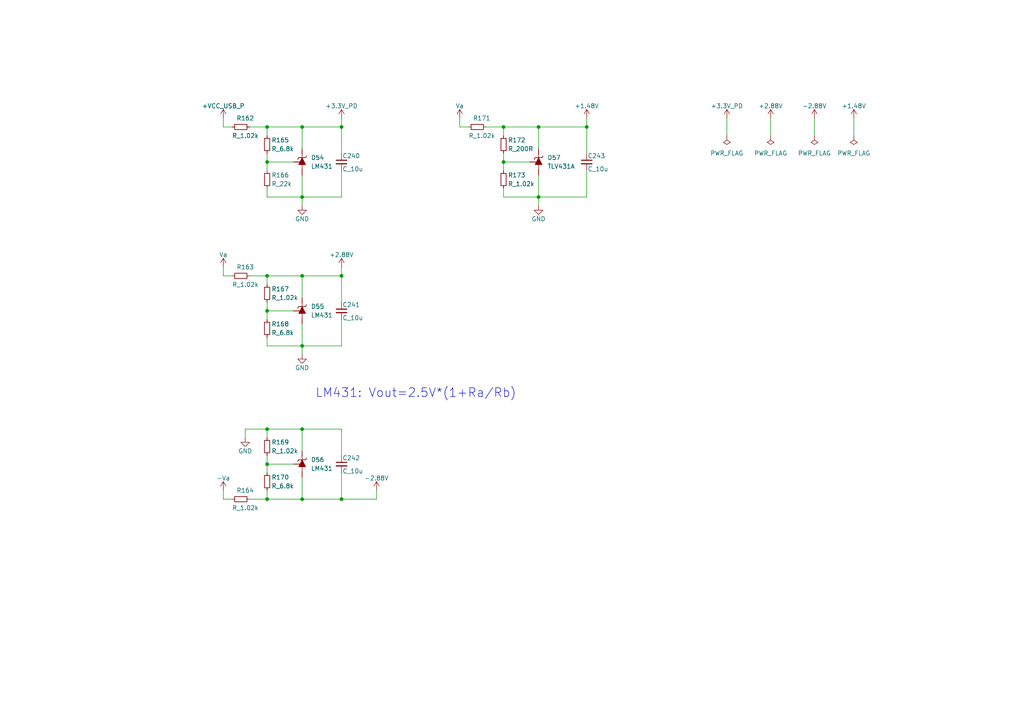
<source format=kicad_sch>
(kicad_sch (version 20231120) (generator "eeschema") (generator_version "8.0")
  (paper "A4")
  (title_block (rev "v2") (comment 1 "Copyright Dejan Priversek 2017"))
  (lib_symbols
    (symbol "ScopefunParts:+1.48V" (power) (pin_names (offset 0))
      (property "Value" "+1.48V" (at 0 3.556 0))
      (symbol "+1.48V_0_1"
        (polyline (pts (xy -0.762 1.27) (xy 0 2.54)))
        (polyline (pts (xy 0 0) (xy 0 2.54)))
        (polyline (pts (xy 0 2.54) (xy 0.762 1.27)))
      )
      (symbol "+1.48V_1_1"
        (pin power_in line (at 0 0 90) (length 0) hide (name "+1.48V") (number "1"))
      )
    )
    (symbol "ScopefunParts:+2.88V" (power) (pin_names (offset 0))
      (property "Value" "+2.88V" (at 0 3.556 0))
      (symbol "+2.88V_0_1"
        (polyline (pts (xy -0.762 1.27) (xy 0 2.54)))
        (polyline (pts (xy 0 0) (xy 0 2.54)))
        (polyline (pts (xy 0 2.54) (xy 0.762 1.27)))
      )
      (symbol "+2.88V_1_1"
        (pin power_in line (at 0 0 90) (length 0) hide (name "+2.88V") (number "1"))
      )
    )
    (symbol "ScopefunParts:+3.3V_PD" (power) (pin_names (offset 0))
      (property "Value" "+3.3V_PD" (at 0 3.556 0))
      (symbol "+3.3V_PD_0_1"
        (polyline (pts (xy -0.762 1.27) (xy 0 2.54)))
        (polyline (pts (xy 0 0) (xy 0 2.54)))
        (polyline (pts (xy 0 2.54) (xy 0.762 1.27)))
      )
      (symbol "+3.3V_PD_1_1"
        (pin power_in line (at 0 0 90) (length 0) hide (name "+3.3V_PD") (number "1"))
      )
    )
    (symbol "ScopefunParts:+VCC_USB_P" (power) (pin_names (offset 0))
      (property "Value" "+VCC_USB_P" (at 0 3.556 0))
      (symbol "+VCC_USB_P_0_1"
        (polyline (pts (xy -0.762 1.27) (xy 0 2.54)))
        (polyline (pts (xy 0 0) (xy 0 2.54)))
        (polyline (pts (xy 0 2.54) (xy 0.762 1.27)))
      )
      (symbol "+VCC_USB_P_1_1"
        (pin power_in line (at 0 0 90) (length 0) hide (name "+VCC_USB_P") (number "1"))
      )
    )
    (symbol "ScopefunParts:+Va" (power) (pin_names (offset 0))
      (property "Value" "+Va" (at 0 3.556 0))
      (symbol "+Va_0_1"
        (polyline (pts (xy -0.762 1.27) (xy 0 2.54)))
        (polyline (pts (xy 0 0) (xy 0 2.54)))
        (polyline (pts (xy 0 2.54) (xy 0.762 1.27)))
      )
      (symbol "+Va_1_1"
        (pin power_in line (at 0 0 90) (length 0) hide (name "Va") (number "1"))
      )
    )
    (symbol "ScopefunParts:-2.88V" (power) (pin_names (offset 0))
      (property "Value" "-2.88V" (at 0 3.556 0))
      (symbol "-2.88V_0_1"
        (polyline (pts (xy -0.762 1.27) (xy 0 2.54)))
        (polyline (pts (xy 0 0) (xy 0 2.54)))
        (polyline (pts (xy 0 2.54) (xy 0.762 1.27)))
      )
      (symbol "-2.88V_1_1"
        (pin power_in line (at 0 0 90) (length 0) hide (name "-2.88V") (number "1"))
      )
    )
    (symbol "ScopefunParts:-Va" (power) (pin_names (offset 0))
      (property "Value" "-Va" (at 0 3.556 0))
      (symbol "-Va_0_1"
        (polyline (pts (xy -0.762 1.27) (xy 0 2.54)))
        (polyline (pts (xy 0 0) (xy 0 2.54)))
        (polyline (pts (xy 0 2.54) (xy 0.762 1.27)))
      )
      (symbol "-Va_1_1"
        (pin power_in line (at 0 0 90) (length 0) hide (name "-Va") (number "1"))
      )
    )
    (symbol "ScopefunParts:C_10u" (pin_numbers hide) (pin_names (offset 0.254) hide)
      (property "Reference" "C" (at 0.254 1.778 0))
      (property "Value" "C_10u" (at 0.254 -2.032 0))
      (symbol "C_10u_0_1"
        (polyline (pts (xy -1.524 -0.508) (xy 1.524 -0.508)) (stroke (width 0.3302)))
        (polyline (pts (xy -1.524 0.508) (xy 1.524 0.508)) (stroke (width 0.3048)))
      )
      (symbol "C_10u_1_1"
        (pin passive line (at 0 2.54 270) (length 1.905) (name "~") (number "1"))
        (pin passive line (at 0 -2.54 90) (length 2.032) (name "~") (number "2"))
      )
    )
    (symbol "ScopefunParts:LM431" (pin_numbers hide) (pin_names (offset 1.016) hide)
      (property "Reference" "D" (at 2.54 1.27 0))
      (property "Value" "LM431" (at 2.54 -1.27 0))
      (symbol "LM431_0_1"
        (rectangle (start 0 -2.032) (end 0 -0.762))
        (polyline (pts (xy 0 -2.286) (xy 0 -2.032)))
        (polyline (pts (xy 1.016 -0.762) (xy 0 1.27) (xy -1.016 -0.762) (xy 1.016 -0.762)) (fill (type outline)))
        (polyline (pts (xy 1.27 1.778) (xy 1.016 1.27) (xy -1.016 1.27) (xy -1.27 0.762)) (stroke (width 0.2032)))
        (rectangle (start 0 2.54) (end 0 1.27))
      )
      (symbol "LM431_1_1"
        (pin passive line (at 0 3.81 270) (length 1.524) (name "C") (number "1"))
        (pin input line (at -2.54 0 0) (length 2.54) (name "REF") (number "2"))
        (pin passive line (at 0 -3.81 90) (length 1.524) (name "A") (number "3"))
      )
    )
    (symbol "ScopefunParts:R_1.02k" (pin_numbers hide) (pin_names (offset 0.254) hide)
      (property "Reference" "R" (at 1.27 1.27 0))
      (property "Value" "R_1.02k" (at 1.27 -1.27 0))
      (symbol "R_1.02k_0_1"
        (rectangle (start -0.762 1.778) (end 0.762 -1.778) (stroke (width 0.2032)))
      )
      (symbol "R_1.02k_1_1"
        (pin passive line (at 0 2.54 270) (length 0.762) (name "~") (number "1"))
        (pin passive line (at 0 -2.54 90) (length 0.762) (name "~") (number "2"))
      )
    )
    (symbol "ScopefunParts:R_200R" (pin_numbers hide) (pin_names (offset 0.254) hide)
      (property "Reference" "R" (at 1.27 1.27 0))
      (property "Value" "R_200R" (at 1.27 -1.27 0))
      (symbol "R_200R_0_1"
        (rectangle (start -0.762 1.778) (end 0.762 -1.778) (stroke (width 0.2032)))
      )
      (symbol "R_200R_1_1"
        (pin passive line (at 0 2.54 270) (length 0.762) (name "~") (number "1"))
        (pin passive line (at 0 -2.54 90) (length 0.762) (name "~") (number "2"))
      )
    )
    (symbol "ScopefunParts:R_22k" (pin_numbers hide) (pin_names (offset 0.254) hide)
      (property "Reference" "R" (at 1.27 1.27 0))
      (property "Value" "R_22k" (at 1.27 -1.27 0))
      (symbol "R_22k_0_1"
        (rectangle (start -0.762 1.778) (end 0.762 -1.778) (stroke (width 0.2032)))
      )
      (symbol "R_22k_1_1"
        (pin passive line (at 0 2.54 270) (length 0.762) (name "~") (number "1"))
        (pin passive line (at 0 -2.54 90) (length 0.762) (name "~") (number "2"))
      )
    )
    (symbol "ScopefunParts:R_6.8k" (pin_numbers hide) (pin_names (offset 0.254) hide)
      (property "Reference" "R" (at 1.27 1.27 0))
      (property "Value" "R_6.8k" (at 1.27 -1.27 0))
      (symbol "R_6.8k_0_1"
        (rectangle (start -0.762 1.778) (end 0.762 -1.778) (stroke (width 0.2032)))
      )
      (symbol "R_6.8k_1_1"
        (pin passive line (at 0 2.54 270) (length 0.762) (name "~") (number "1"))
        (pin passive line (at 0 -2.54 90) (length 0.762) (name "~") (number "2"))
      )
    )
    (symbol "ScopefunParts:TLV431A" (pin_numbers hide) (pin_names (offset 1.016) hide)
      (property "Reference" "D" (at 2.54 1.27 0))
      (property "Value" "TLV431A" (at 2.54 -1.27 0))
      (symbol "TLV431A_0_1"
        (rectangle (start 0 -2.032) (end 0 -0.762))
        (polyline (pts (xy 0 -2.286) (xy 0 -2.032)))
        (polyline (pts (xy 1.016 -0.762) (xy 0 1.27) (xy -1.016 -0.762) (xy 1.016 -0.762)) (fill (type outline)))
        (polyline (pts (xy 1.27 1.778) (xy 1.016 1.27) (xy -1.016 1.27) (xy -1.27 0.762)) (stroke (width 0.2032)))
        (rectangle (start 0 2.54) (end 0 1.27))
      )
      (symbol "TLV431A_1_1"
        (pin input line (at -2.54 0 0) (length 2.54) (name "REF") (number "1"))
        (pin passive line (at 0 3.81 270) (length 1.524) (name "C") (number "2"))
        (pin passive line (at 0 -3.81 90) (length 1.524) (name "A") (number "3"))
      )
    )
    (symbol "Scopefun_v2-rescue:GND" (power) (pin_names (offset 0))
      (property "Value" "GND" (at 0 -3.81 0))
      (symbol "GND_0_1"
        (polyline (pts (xy 0 0) (xy 0 -1.27) (xy 1.27 -1.27) (xy 0 -2.54) (xy -1.27 -1.27) (xy 0 -1.27)))
      )
      (symbol "GND_1_1"
        (pin power_in line (at 0 0 270) (length 0) hide (name "GND") (number "1"))
      )
    )
    (symbol "Scopefun_v2-rescue:PWR_FLAG" (power) (pin_numbers hide) (pin_names (offset 0) hide)
      (property "Value" "PWR_FLAG" (at 0 3.81 0))
      (symbol "PWR_FLAG_0_0"
        (pin power_out line (at 0 0 90) (length 0) (name "pwr") (number "1"))
      )
      (symbol "PWR_FLAG_0_1"
        (polyline (pts (xy 0 0) (xy 0 1.27) (xy -1.016 1.905) (xy 0 2.54) (xy 1.016 1.905) (xy 0 1.27)))
      )
    )
  )
  (junction (at 156.21 57.15))
  (junction (at 99.06 144.78))
  (junction (at 146.05 36.83))
  (junction (at 77.47 36.83))
  (junction (at 77.47 134.62))
  (junction (at 77.47 144.78))
  (junction (at 87.63 100.33))
  (junction (at 146.05 46.99))
  (junction (at 170.18 36.83))
  (junction (at 87.63 80.01))
  (junction (at 99.06 80.01))
  (junction (at 77.47 46.99))
  (junction (at 87.63 144.78))
  (junction (at 156.21 36.83))
  (junction (at 87.63 36.83))
  (junction (at 77.47 90.17))
  (junction (at 99.06 36.83))
  (junction (at 77.47 80.01))
  (junction (at 77.47 124.46))
  (junction (at 87.63 57.15))
  (junction (at 87.63 124.46))
  (wire (pts (xy 156.21 50.8) (xy 156.21 57.15)))
  (wire (pts (xy 146.05 57.15) (xy 146.05 54.61)))
  (wire (pts (xy 77.47 100.33) (xy 77.47 97.79)))
  (wire (pts (xy 64.77 36.83) (xy 64.77 34.29)))
  (wire (pts (xy 77.47 87.63) (xy 77.47 90.17)))
  (wire (pts (xy 87.63 124.46) (xy 99.06 124.46)))
  (wire (pts (xy 77.47 80.01) (xy 87.63 80.01)))
  (wire (pts (xy 72.39 144.78) (xy 77.47 144.78)))
  (wire (pts (xy 87.63 36.83) (xy 87.63 43.18)))
  (wire (pts (xy 236.22 34.29) (xy 236.22 39.37)))
  (wire (pts (xy 77.47 36.83) (xy 87.63 36.83)))
  (wire (pts (xy 87.63 100.33) (xy 99.06 100.33)))
  (wire (pts (xy 87.63 57.15) (xy 87.63 59.69)))
  (wire (pts (xy 77.47 57.15) (xy 77.47 54.61)))
  (wire (pts (xy 99.06 80.01) (xy 99.06 87.63)))
  (wire (pts (xy 87.63 36.83) (xy 99.06 36.83)))
  (wire (pts (xy 87.63 124.46) (xy 87.63 130.81)))
  (wire (pts (xy 77.47 90.17) (xy 85.09 90.17)))
  (wire (pts (xy 135.89 36.83) (xy 133.35 36.83)))
  (wire (pts (xy 146.05 39.37) (xy 146.05 36.83)))
  (wire (pts (xy 77.47 100.33) (xy 87.63 100.33)))
  (wire (pts (xy 133.35 36.83) (xy 133.35 34.29)))
  (wire (pts (xy 156.21 36.83) (xy 170.18 36.83)))
  (wire (pts (xy 99.06 144.78) (xy 109.22 144.78)))
  (wire (pts (xy 87.63 80.01) (xy 99.06 80.01)))
  (wire (pts (xy 99.06 100.33) (xy 99.06 92.71)))
  (wire (pts (xy 146.05 36.83) (xy 156.21 36.83)))
  (wire (pts (xy 67.31 36.83) (xy 64.77 36.83)))
  (wire (pts (xy 99.06 144.78) (xy 99.06 137.16)))
  (wire (pts (xy 156.21 57.15) (xy 156.21 59.69)))
  (wire (pts (xy 77.47 144.78) (xy 77.47 142.24)))
  (wire (pts (xy 64.77 144.78) (xy 64.77 142.24)))
  (wire (pts (xy 146.05 57.15) (xy 156.21 57.15)))
  (wire (pts (xy 170.18 57.15) (xy 170.18 49.53)))
  (wire (pts (xy 77.47 90.17) (xy 77.47 92.71)))
  (wire (pts (xy 67.31 144.78) (xy 64.77 144.78)))
  (wire (pts (xy 247.65 34.29) (xy 247.65 39.37)))
  (wire (pts (xy 99.06 34.29) (xy 99.06 36.83)))
  (wire (pts (xy 77.47 127) (xy 77.47 124.46)))
  (wire (pts (xy 99.06 57.15) (xy 99.06 49.53)))
  (wire (pts (xy 71.12 124.46) (xy 77.47 124.46)))
  (wire (pts (xy 77.47 44.45) (xy 77.47 46.99)))
  (wire (pts (xy 87.63 93.98) (xy 87.63 100.33)))
  (wire (pts (xy 87.63 57.15) (xy 99.06 57.15)))
  (wire (pts (xy 87.63 100.33) (xy 87.63 102.87)))
  (wire (pts (xy 77.47 144.78) (xy 87.63 144.78)))
  (wire (pts (xy 77.47 82.55) (xy 77.47 80.01)))
  (wire (pts (xy 67.31 80.01) (xy 64.77 80.01)))
  (wire (pts (xy 87.63 80.01) (xy 87.63 86.36)))
  (wire (pts (xy 77.47 124.46) (xy 87.63 124.46)))
  (wire (pts (xy 87.63 144.78) (xy 87.63 138.43)))
  (wire (pts (xy 77.47 46.99) (xy 77.47 49.53)))
  (wire (pts (xy 109.22 144.78) (xy 109.22 142.24)))
  (wire (pts (xy 146.05 46.99) (xy 153.67 46.99)))
  (wire (pts (xy 77.47 39.37) (xy 77.47 36.83)))
  (wire (pts (xy 146.05 46.99) (xy 146.05 49.53)))
  (wire (pts (xy 99.06 77.47) (xy 99.06 80.01)))
  (wire (pts (xy 99.06 36.83) (xy 99.06 44.45)))
  (wire (pts (xy 77.47 132.08) (xy 77.47 134.62)))
  (wire (pts (xy 156.21 36.83) (xy 156.21 43.18)))
  (wire (pts (xy 77.47 134.62) (xy 85.09 134.62)))
  (wire (pts (xy 99.06 124.46) (xy 99.06 132.08)))
  (wire (pts (xy 146.05 44.45) (xy 146.05 46.99)))
  (wire (pts (xy 210.82 34.29) (xy 210.82 39.37)))
  (wire (pts (xy 72.39 80.01) (xy 77.47 80.01)))
  (wire (pts (xy 223.52 34.29) (xy 223.52 39.37)))
  (wire (pts (xy 77.47 46.99) (xy 85.09 46.99)))
  (wire (pts (xy 71.12 127) (xy 71.12 124.46)))
  (wire (pts (xy 156.21 57.15) (xy 170.18 57.15)))
  (wire (pts (xy 170.18 34.29) (xy 170.18 36.83)))
  (wire (pts (xy 170.18 36.83) (xy 170.18 44.45)))
  (wire (pts (xy 87.63 144.78) (xy 99.06 144.78)))
  (wire (pts (xy 140.97 36.83) (xy 146.05 36.83)))
  (wire (pts (xy 64.77 80.01) (xy 64.77 77.47)))
  (wire (pts (xy 87.63 50.8) (xy 87.63 57.15)))
  (wire (pts (xy 77.47 57.15) (xy 87.63 57.15)))
  (wire (pts (xy 72.39 36.83) (xy 77.47 36.83)))
  (wire (pts (xy 77.47 134.62) (xy 77.47 137.16)))
  (text "LM431: Vout=2.5V*(1+Ra/Rb)" (at 91.44 115.57 0) (effects (font (size 2.54 2.54)) (justify left bottom)))
  (symbol (lib_id "ScopefunParts:LM431") (at 87.63 90.17 0) (unit 1)
    (property "Reference" "D55" (at 90.17 88.9 0) (effects (justify left)))
    (property "Value" "LM431" (at 90.17 91.44 0) (effects (justify left)))
    (property "Footprint" "ScopefunPackagesLibrary:SOT23" (effects (hide yes)))
    (property "Datasheet" "https://www.fairchildsemi.com/products/power-management/voltage-regulators/shunt-regulators/LM431SB.html" (effects (hide yes)))
    (property "Description" "Adjustable Precision Zener Shunt Regulator" (effects (hide yes)))
    (property "Manufacturer Part Number" "LM431SBCM32X" (effects (hide yes)))
  )
  (symbol (lib_id "ScopefunParts:R_1.02k") (at 69.85 80.01 270) (unit 1)
    (property "Reference" "R163" (at 68.58 77.47 90) (effects (justify left)))
    (property "Value" "R_1.02k" (at 67.31 82.55 90) (effects (justify left)))
    (property "Footprint" "ScopefunPackagesLibrary:R_0603" (effects (hide yes)))
    (property "Datasheet" "http://industrial.panasonic.com/cdbs/www-data/pdf/AOA0000/AOA0000CE2.pdf" (effects (hide yes)))
    (property "Description" "RES SMD 1% 1/10W 0603" (effects (hide yes)))
    (property "Manufacturer Part Number" "ERJ-3EKF1021V" (effects (hide yes)))
  )
  (symbol (lib_id "ScopefunParts:C_10u") (at 99.06 90.17 0) (unit 1)
    (property "Reference" "C241" (at 99.314 88.392 0) (effects (justify left)))
    (property "Value" "C_10u" (at 99.314 92.202 0) (effects (justify left)))
    (property "Footprint" "ScopefunPackagesLibrary:C_0603" (effects (hide yes)))
    (property "Description" "MLCC - SMD/SMT 0603 6.3V X5R 10%" (effects (hide yes)))
    (property "Manufacturer Part Number" "GRM188R60J106KE47D" (effects (hide yes)))
  )
  (symbol (lib_id "ScopefunParts:R_6.8k") (at 77.47 95.25 0) (unit 1)
    (property "Reference" "R168" (at 78.74 93.98 0) (effects (justify left)))
    (property "Value" "R_6.8k" (at 78.74 96.52 0) (effects (justify left)))
    (property "Footprint" "ScopefunPackagesLibrary:R_0603" (effects (hide yes)))
    (property "Datasheet" "http://industrial.panasonic.com/cdbs/www-data/pdf/AOA0000/AOA0000CE2.pdf" (effects (hide yes)))
    (property "Description" "RES SMD 1% 1/10W 0603" (effects (hide yes)))
    (property "Manufacturer Part Number" "ERJ-3EKF6801V" (effects (hide yes)))
  )
  (symbol (lib_id "ScopefunParts:R_1.02k") (at 77.47 85.09 0) (unit 1)
    (property "Reference" "R167" (at 78.74 83.82 0) (effects (justify left)))
    (property "Value" "R_1.02k" (at 78.74 86.36 0) (effects (justify left)))
    (property "Footprint" "ScopefunPackagesLibrary:R_0603" (effects (hide yes)))
    (property "Datasheet" "http://industrial.panasonic.com/cdbs/www-data/pdf/AOA0000/AOA0000CE2.pdf" (effects (hide yes)))
    (property "Description" "RES SMD 1% 1/10W 0603" (effects (hide yes)))
    (property "Manufacturer Part Number" "ERJ-3EKF1021V" (effects (hide yes)))
  )
  (symbol (lib_id "ScopefunParts:LM431") (at 87.63 134.62 0) (unit 1)
    (property "Reference" "D56" (at 90.17 133.35 0) (effects (justify left)))
    (property "Value" "LM431" (at 90.17 135.89 0) (effects (justify left)))
    (property "Footprint" "ScopefunPackagesLibrary:SOT23" (effects (hide yes)))
    (property "Datasheet" "https://www.fairchildsemi.com/products/power-management/voltage-regulators/shunt-regulators/LM431SB.html" (effects (hide yes)))
    (property "Description" "Adjustable Precision Zener Shunt Regulator" (effects (hide yes)))
    (property "Manufacturer Part Number" "LM431SBCM32X" (effects (hide yes)))
  )
  (symbol (lib_id "ScopefunParts:R_1.02k") (at 69.85 144.78 270) (unit 1)
    (property "Reference" "R164" (at 68.58 142.24 90) (effects (justify left)))
    (property "Value" "R_1.02k" (at 67.31 147.32 90) (effects (justify left)))
    (property "Footprint" "ScopefunPackagesLibrary:R_0603" (effects (hide yes)))
    (property "Datasheet" "http://industrial.panasonic.com/cdbs/www-data/pdf/AOA0000/AOA0000CE2.pdf" (effects (hide yes)))
    (property "Description" "RES SMD 1% 1/10W 0603" (effects (hide yes)))
    (property "Manufacturer Part Number" "ERJ-3EKF1021V" (effects (hide yes)))
  )
  (symbol (lib_id "ScopefunParts:C_10u") (at 99.06 134.62 0) (unit 1)
    (property "Reference" "C242" (at 99.314 132.842 0) (effects (justify left)))
    (property "Value" "C_10u" (at 99.314 136.652 0) (effects (justify left)))
    (property "Footprint" "ScopefunPackagesLibrary:C_0603" (effects (hide yes)))
    (property "Description" "MLCC - SMD/SMT 0603 6.3V X5R 10%" (effects (hide yes)))
    (property "Manufacturer Part Number" "GRM188R60J106KE47D" (effects (hide yes)))
  )
  (symbol (lib_id "ScopefunParts:R_6.8k") (at 77.47 139.7 0) (unit 1)
    (property "Reference" "R170" (at 78.74 138.43 0) (effects (justify left)))
    (property "Value" "R_6.8k" (at 78.74 140.97 0) (effects (justify left)))
    (property "Footprint" "ScopefunPackagesLibrary:R_0603" (effects (hide yes)))
    (property "Datasheet" "http://industrial.panasonic.com/cdbs/www-data/pdf/AOA0000/AOA0000CE2.pdf" (effects (hide yes)))
    (property "Description" "RES SMD 1% 1/10W 0603" (effects (hide yes)))
    (property "Manufacturer Part Number" "ERJ-3EKF6801V" (effects (hide yes)))
  )
  (symbol (lib_id "ScopefunParts:R_1.02k") (at 77.47 129.54 0) (unit 1)
    (property "Reference" "R169" (at 78.74 128.27 0) (effects (justify left)))
    (property "Value" "R_1.02k" (at 78.74 130.81 0) (effects (justify left)))
    (property "Footprint" "ScopefunPackagesLibrary:R_0603" (effects (hide yes)))
    (property "Datasheet" "http://industrial.panasonic.com/cdbs/www-data/pdf/AOA0000/AOA0000CE2.pdf" (effects (hide yes)))
    (property "Description" "RES SMD 1% 1/10W 0603" (effects (hide yes)))
    (property "Manufacturer Part Number" "ERJ-3EKF1021V" (effects (hide yes)))
  )
  (symbol (lib_id "Scopefun_v2-rescue:GND") (at 71.12 127 0) (unit 1)
    (property "Reference" "#PWR0387" (effects (hide yes)))
    (property "Value" "GND" (at 71.12 130.81 0))
  )
  (symbol (lib_id "Scopefun_v2-rescue:GND") (at 87.63 102.87 0) (unit 1)
    (property "Reference" "#PWR0388" (effects (hide yes)))
    (property "Value" "GND" (at 87.63 106.68 0))
  )
  (symbol (lib_id "ScopefunParts:+2.88V") (at 99.06 77.47 0) (unit 1)
    (property "Reference" "#PWR0389" (effects (hide yes)))
    (property "Value" "+2.88V" (at 99.06 73.914 0))
  )
  (symbol (lib_id "ScopefunParts:-2.88V") (at 109.22 142.24 0) (unit 1)
    (property "Reference" "#PWR0390" (effects (hide yes)))
    (property "Value" "-2.88V" (at 109.22 138.684 0))
  )
  (symbol (lib_id "ScopefunParts:LM431") (at 87.63 46.99 0) (unit 1)
    (property "Reference" "D54" (at 90.17 45.72 0) (effects (justify left)))
    (property "Value" "LM431" (at 90.17 48.26 0) (effects (justify left)))
    (property "Footprint" "ScopefunPackagesLibrary:SOT23" (effects (hide yes)))
    (property "Datasheet" "https://www.fairchildsemi.com/products/power-management/voltage-regulators/shunt-regulators/LM431SB.html" (effects (hide yes)))
    (property "Description" "Adjustable Precision Zener Shunt Regulator" (effects (hide yes)))
    (property "Manufacturer Part Number" "LM431SBCM32X" (effects (hide yes)))
  )
  (symbol (lib_id "ScopefunParts:+VCC_USB_P") (at 64.77 34.29 0) (unit 1)
    (property "Reference" "#PWR0391" (effects (hide yes)))
    (property "Value" "+VCC_USB_P" (at 64.77 30.734 0))
  )
  (symbol (lib_id "ScopefunParts:R_6.8k") (at 77.47 41.91 0) (unit 1)
    (property "Reference" "R165" (at 78.74 40.64 0) (effects (justify left)))
    (property "Value" "R_6.8k" (at 78.74 43.18 0) (effects (justify left)))
    (property "Footprint" "ScopefunPackagesLibrary:R_0603" (effects (hide yes)))
    (property "Datasheet" "http://industrial.panasonic.com/cdbs/www-data/pdf/AOA0000/AOA0000CE2.pdf" (effects (hide yes)))
    (property "Description" "RES SMD 1% 1/10W 0603" (effects (hide yes)))
    (property "Manufacturer Part Number" "ERJ-3EKF6801V" (effects (hide yes)))
  )
  (symbol (lib_id "ScopefunParts:R_22k") (at 77.47 52.07 0) (unit 1)
    (property "Reference" "R166" (at 78.74 50.8 0) (effects (justify left)))
    (property "Value" "R_22k" (at 78.74 53.34 0) (effects (justify left)))
    (property "Footprint" "ScopefunPackagesLibrary:R_0603" (effects (hide yes)))
    (property "Datasheet" "http://industrial.panasonic.com/cdbs/www-data/pdf/AOA0000/AOA0000CE2.pdf" (effects (hide yes)))
    (property "Description" "RES SMD 1% 1/10W 0603" (effects (hide yes)))
    (property "Manufacturer Part Number" "ERJ-3EKF2202V" (effects (hide yes)))
  )
  (symbol (lib_id "ScopefunParts:R_1.02k") (at 69.85 36.83 270) (unit 1)
    (property "Reference" "R162" (at 68.58 34.29 90) (effects (justify left)))
    (property "Value" "R_1.02k" (at 67.31 39.37 90) (effects (justify left)))
    (property "Footprint" "ScopefunPackagesLibrary:R_0603" (effects (hide yes)))
    (property "Datasheet" "http://industrial.panasonic.com/cdbs/www-data/pdf/AOA0000/AOA0000CE2.pdf" (effects (hide yes)))
    (property "Description" "RES SMD 1% 1/10W 0603" (effects (hide yes)))
    (property "Manufacturer Part Number" "ERJ-3EKF1021V" (effects (hide yes)))
  )
  (symbol (lib_id "ScopefunParts:C_10u") (at 99.06 46.99 0) (unit 1)
    (property "Reference" "C240" (at 99.314 45.212 0) (effects (justify left)))
    (property "Value" "C_10u" (at 99.314 49.022 0) (effects (justify left)))
    (property "Footprint" "ScopefunPackagesLibrary:C_0603" (effects (hide yes)))
    (property "Description" "MLCC - SMD/SMT 0603 6.3V X5R 20%" (effects (hide yes)))
    (property "Manufacturer Part Number" "GRM188R60J106KE47D" (effects (hide yes)))
  )
  (symbol (lib_id "Scopefun_v2-rescue:GND") (at 87.63 59.69 0) (unit 1)
    (property "Reference" "#PWR0392" (effects (hide yes)))
    (property "Value" "GND" (at 87.63 63.5 0))
  )
  (symbol (lib_id "ScopefunParts:+3.3V_PD") (at 99.06 34.29 0) (unit 1)
    (property "Reference" "#PWR0393" (effects (hide yes)))
    (property "Value" "+3.3V_PD" (at 99.06 30.734 0))
  )
  (symbol (lib_id "Scopefun_v2-rescue:PWR_FLAG") (at 210.82 39.37 180) (unit 1)
    (property "Reference" "#FLG0394" (effects (hide yes)))
    (property "Value" "PWR_FLAG" (at 210.82 44.45 0))
  )
  (symbol (lib_id "ScopefunParts:+3.3V_PD") (at 210.82 34.29 0) (unit 1)
    (property "Reference" "#PWR0395" (effects (hide yes)))
    (property "Value" "+3.3V_PD" (at 210.82 30.734 0))
  )
  (symbol (lib_id "Scopefun_v2-rescue:PWR_FLAG") (at 223.52 39.37 180) (unit 1)
    (property "Reference" "#FLG0396" (effects (hide yes)))
    (property "Value" "PWR_FLAG" (at 223.52 44.45 0))
  )
  (symbol (lib_id "Scopefun_v2-rescue:PWR_FLAG") (at 236.22 39.37 180) (unit 1)
    (property "Reference" "#FLG0397" (effects (hide yes)))
    (property "Value" "PWR_FLAG" (at 236.22 44.45 0))
  )
  (symbol (lib_id "ScopefunParts:-2.88V") (at 236.22 34.29 0) (unit 1)
    (property "Reference" "#PWR0398" (effects (hide yes)))
    (property "Value" "-2.88V" (at 236.22 30.734 0))
  )
  (symbol (lib_id "ScopefunParts:+2.88V") (at 223.52 34.29 0) (unit 1)
    (property "Reference" "#PWR0399" (effects (hide yes)))
    (property "Value" "+2.88V" (at 223.52 30.734 0))
  )
  (symbol (lib_id "ScopefunParts:R_1.02k") (at 138.43 36.83 270) (unit 1)
    (property "Reference" "R171" (at 137.16 34.29 90) (effects (justify left)))
    (property "Value" "R_1.02k" (at 135.89 39.37 90) (effects (justify left)))
    (property "Footprint" "ScopefunPackagesLibrary:R_0603" (effects (hide yes)))
    (property "Datasheet" "http://industrial.panasonic.com/cdbs/www-data/pdf/AOA0000/AOA0000CE2.pdf" (effects (hide yes)))
    (property "Description" "RES SMD 1% 1/10W 0603" (effects (hide yes)))
    (property "Manufacturer Part Number" "ERJ-3EKF1021V" (effects (hide yes)))
  )
  (symbol (lib_id "ScopefunParts:C_10u") (at 170.18 46.99 0) (unit 1)
    (property "Reference" "C243" (at 170.434 45.212 0) (effects (justify left)))
    (property "Value" "C_10u" (at 170.434 49.022 0) (effects (justify left)))
    (property "Footprint" "ScopefunPackagesLibrary:C_0603" (effects (hide yes)))
    (property "Description" "MLCC - SMD/SMT 0603 6.3V X5R 10%" (effects (hide yes)))
    (property "Manufacturer Part Number" "GRM188R60J106KE47D" (effects (hide yes)))
  )
  (symbol (lib_id "ScopefunParts:R_1.02k") (at 146.05 52.07 0) (unit 1)
    (property "Reference" "R173" (at 147.32 50.8 0) (effects (justify left)))
    (property "Value" "R_1.02k" (at 147.32 53.34 0) (effects (justify left)))
    (property "Footprint" "ScopefunPackagesLibrary:R_0603" (effects (hide yes)))
    (property "Datasheet" "http://industrial.panasonic.com/cdbs/www-data/pdf/AOA0000/AOA0000CE2.pdf" (effects (hide yes)))
    (property "Description" "RES SMD 1% 1/10W 0603" (effects (hide yes)))
    (property "Manufacturer Part Number" "ERJ-3EKF1021V" (effects (hide yes)))
  )
  (symbol (lib_id "Scopefun_v2-rescue:GND") (at 156.21 59.69 0) (unit 1)
    (property "Reference" "#PWR0400" (effects (hide yes)))
    (property "Value" "GND" (at 156.21 63.5 0))
  )
  (symbol (lib_id "ScopefunParts:TLV431A") (at 156.21 46.99 0) (unit 1)
    (property "Reference" "D57" (at 158.75 45.72 0) (effects (justify left)))
    (property "Value" "TLV431A" (at 158.75 48.26 0) (effects (justify left)))
    (property "Footprint" "ScopefunPackagesLibrary:SOT23" (effects (hide yes)))
    (property "Datasheet" "http://www.onsemi.com/pub_link/Collateral/TLV431A-D.PDF" (effects (hide yes)))
    (property "Description" "Low Voltage Adjustable Precision Zener Shunt Regulator" (effects (hide yes)))
    (property "Manufacturer Part Number" "TLV431ASN1T1G" (effects (hide yes)))
  )
  (symbol (lib_id "ScopefunParts:R_200R") (at 146.05 41.91 0) (unit 1)
    (property "Reference" "R172" (at 147.32 40.64 0) (effects (justify left)))
    (property "Value" "R_200R" (at 147.32 43.18 0) (effects (justify left)))
    (property "Footprint" "ScopefunPackagesLibrary:R_0603" (effects (hide yes)))
    (property "Datasheet" "http://industrial.panasonic.com/cdbs/www-data/pdf/AOA0000/AOA0000CE2.pdf" (effects (hide yes)))
    (property "Description" "RES SMD 1% 1/10W 0603" (effects (hide yes)))
    (property "Manufacturer Part Number" "ERJ-3EKF2000V" (effects (hide yes)))
  )
  (symbol (lib_id "ScopefunParts:+1.48V") (at 170.18 34.29 0) (unit 1)
    (property "Reference" "#PWR0401" (effects (hide yes)))
    (property "Value" "+1.48V" (at 170.18 30.734 0))
  )
  (symbol (lib_id "Scopefun_v2-rescue:PWR_FLAG") (at 247.65 39.37 180) (unit 1)
    (property "Reference" "#FLG0402" (effects (hide yes)))
    (property "Value" "PWR_FLAG" (at 247.65 44.45 0))
  )
  (symbol (lib_id "ScopefunParts:+1.48V") (at 247.65 34.29 0) (unit 1)
    (property "Reference" "#PWR0403" (effects (hide yes)))
    (property "Value" "+1.48V" (at 247.65 30.734 0))
  )
  (symbol (lib_id "ScopefunParts:+Va") (at 64.77 77.47 0) (unit 1)
    (property "Reference" "#PWR0405" (effects (hide yes)))
    (property "Value" "Va" (at 64.77 73.914 0))
  )
  (symbol (lib_id "ScopefunParts:-Va") (at 64.77 142.24 0) (unit 1)
    (property "Reference" "#PWR0404" (effects (hide yes)))
    (property "Value" "-Va" (at 64.77 138.684 0))
  )
  (symbol (lib_id "ScopefunParts:+Va") (at 133.35 34.29 0) (unit 1)
    (property "Reference" "#PWR0406" (effects (hide yes)))
    (property "Value" "Va" (at 133.35 30.734 0))
  )
)
</source>
